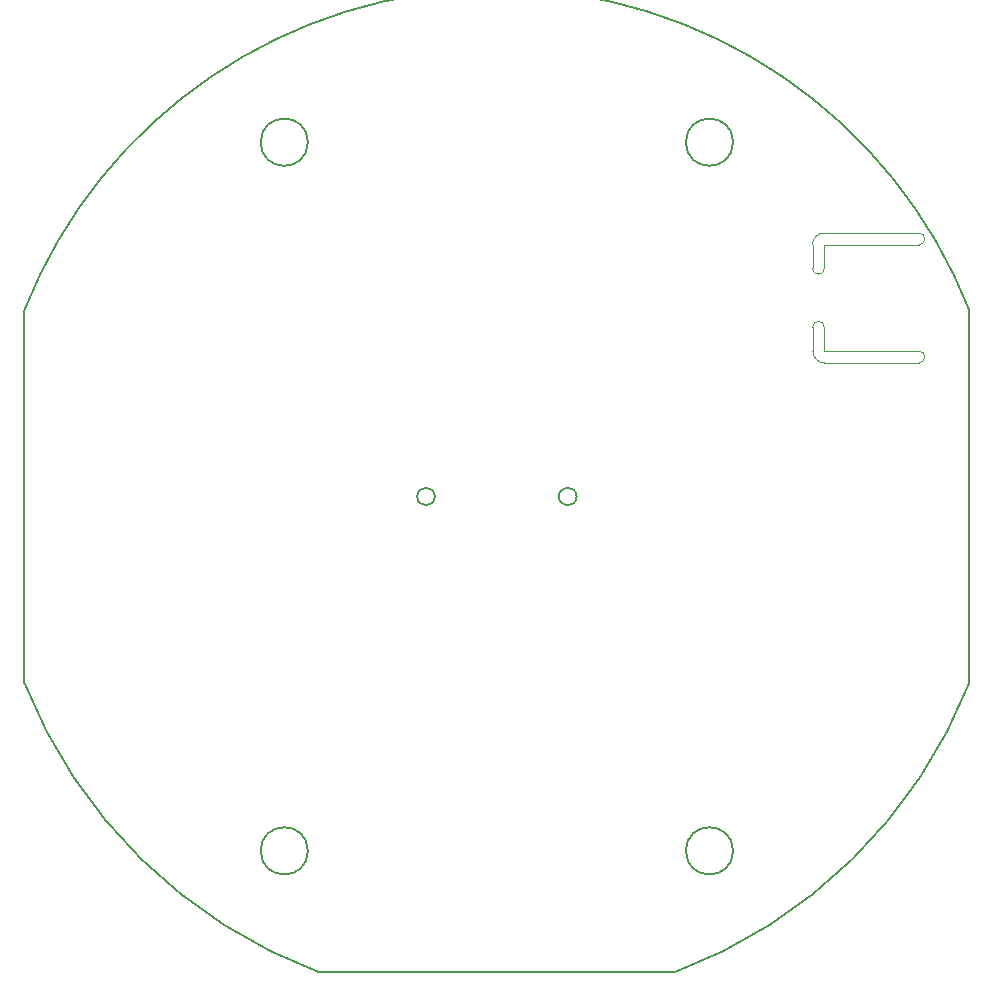
<source format=gko>
%FSLAX25Y25*%
%MOIN*%
G70*
G01*
G75*
G04 Layer_Color=16711935*
%ADD10R,0.03000X0.03000*%
%ADD11R,0.03000X0.03000*%
%ADD12R,0.06000X0.13780*%
%ADD13R,0.05000X0.01000*%
%ADD14O,0.05000X0.01000*%
%ADD15R,0.01000X0.05000*%
%ADD16C,0.03937*%
%ADD17R,0.03600X0.03600*%
%ADD18R,0.05000X0.03600*%
%ADD19R,0.03600X0.03600*%
%ADD20R,0.03600X0.05000*%
%ADD21R,0.06000X0.05000*%
%ADD22R,0.07500X0.09000*%
%ADD23R,0.10827X0.10827*%
%ADD24R,0.05000X0.06000*%
%ADD25R,0.15748X0.11811*%
%ADD26O,0.03150X0.09843*%
%ADD27R,0.03150X0.09843*%
%ADD28R,0.11811X0.15748*%
%ADD29O,0.09843X0.03150*%
%ADD30R,0.09843X0.03150*%
%ADD31O,0.05906X0.01969*%
G04:AMPARAMS|DCode=32|XSize=86.61mil|YSize=47.24mil|CornerRadius=11.81mil|HoleSize=0mil|Usage=FLASHONLY|Rotation=270.000|XOffset=0mil|YOffset=0mil|HoleType=Round|Shape=RoundedRectangle|*
%AMROUNDEDRECTD32*
21,1,0.08661,0.02362,0,0,270.0*
21,1,0.06299,0.04724,0,0,270.0*
1,1,0.02362,-0.01181,-0.03150*
1,1,0.02362,-0.01181,0.03150*
1,1,0.02362,0.01181,0.03150*
1,1,0.02362,0.01181,-0.03150*
%
%ADD32ROUNDEDRECTD32*%
%ADD33R,0.04724X0.09449*%
%ADD34C,0.01000*%
%ADD35C,0.01969*%
%ADD36C,0.03150*%
%ADD37C,0.01181*%
%ADD38C,0.02953*%
%ADD39C,0.06000*%
%ADD40O,0.07874X0.11811*%
%ADD41C,0.06200*%
%ADD42P,0.06711X8X22.5*%
%ADD43R,0.05906X0.05906*%
%ADD44C,0.05906*%
%ADD45O,0.06000X0.04000*%
%ADD46O,0.04724X0.07874*%
%ADD47P,0.06392X8X22.5*%
%ADD48C,0.05906*%
%ADD49P,0.06392X8X142.5*%
%ADD50P,0.06392X8X82.5*%
%ADD51C,0.06299*%
%ADD52C,0.02362*%
%ADD53R,0.02362X0.04331*%
%ADD54R,0.07087X0.03150*%
%ADD55R,0.01575X0.07874*%
%ADD56O,0.01575X0.07874*%
%ADD57O,0.01969X0.05906*%
%ADD58O,0.02400X0.08000*%
%ADD59C,0.00787*%
%ADD60C,0.00500*%
%ADD61C,0.00800*%
%ADD62C,0.00394*%
%ADD63R,0.02567X0.13000*%
%ADD64R,0.02900X0.14000*%
%ADD65R,0.03800X0.03800*%
%ADD66R,0.03800X0.03800*%
%ADD67R,0.06800X0.14579*%
%ADD68R,0.05800X0.01800*%
%ADD69O,0.05800X0.01800*%
%ADD70R,0.01800X0.05800*%
%ADD71C,0.04737*%
%ADD72R,0.04400X0.04400*%
%ADD73R,0.05800X0.04400*%
%ADD74R,0.04400X0.04400*%
%ADD75R,0.04400X0.05800*%
%ADD76R,0.06800X0.05800*%
%ADD77R,0.08300X0.09800*%
%ADD78R,0.11627X0.11627*%
%ADD79R,0.05800X0.06800*%
%ADD80R,0.16548X0.12611*%
%ADD81O,0.03950X0.10642*%
%ADD82R,0.03950X0.10642*%
%ADD83R,0.12611X0.16548*%
%ADD84O,0.10642X0.03950*%
%ADD85R,0.10642X0.03950*%
%ADD86O,0.06706X0.02769*%
G04:AMPARAMS|DCode=87|XSize=94.61mil|YSize=55.24mil|CornerRadius=13.81mil|HoleSize=0mil|Usage=FLASHONLY|Rotation=270.000|XOffset=0mil|YOffset=0mil|HoleType=Round|Shape=RoundedRectangle|*
%AMROUNDEDRECTD87*
21,1,0.09461,0.02762,0,0,270.0*
21,1,0.06699,0.05524,0,0,270.0*
1,1,0.02762,-0.01381,-0.03350*
1,1,0.02762,-0.01381,0.03350*
1,1,0.02762,0.01381,0.03350*
1,1,0.02762,0.01381,-0.03350*
%
%ADD87ROUNDEDRECTD87*%
%ADD88R,0.05524X0.10249*%
%ADD89C,0.06800*%
%ADD90O,0.08674X0.12611*%
%ADD91C,0.07000*%
%ADD92P,0.07577X8X22.5*%
%ADD93R,0.06706X0.06706*%
%ADD94C,0.06706*%
%ADD95O,0.06800X0.04800*%
%ADD96O,0.05524X0.08674*%
%ADD97P,0.07258X8X22.5*%
%ADD98C,0.06706*%
%ADD99P,0.07258X8X142.5*%
%ADD100P,0.07258X8X82.5*%
%ADD101C,0.07099*%
%ADD102R,0.03162X0.05131*%
%ADD103R,0.07887X0.03950*%
%ADD104R,0.02375X0.08674*%
%ADD105O,0.02375X0.08674*%
%ADD106O,0.02769X0.06706*%
%ADD107O,0.03200X0.08800*%
D60*
X79240Y118072D02*
G03*
X79240Y118072I-7874J0D01*
G01*
X-62492D02*
G03*
X-62492Y118072I-7874J0D01*
G01*
Y-118149D02*
G03*
X-62492Y-118149I-7874J0D01*
G01*
X79240D02*
G03*
X79240Y-118149I-7874J0D01*
G01*
X27075Y-38D02*
G03*
X27075Y-38I-2953J0D01*
G01*
X-20169D02*
G03*
X-20169Y-38I-2953J0D01*
G01*
X157980Y62087D02*
G03*
X-156980Y62087I-157480J-62125D01*
G01*
X59544Y-158700D02*
G03*
X157980Y-62164I-59044J158661D01*
G01*
X-156980D02*
G03*
X-58543Y-158700I157480J62125D01*
G01*
X157980Y-62164D02*
Y62086D01*
X-156980Y-62164D02*
Y62086D01*
X-58543Y-158700D02*
X59543D01*
D62*
X105720Y76016D02*
G03*
X109658Y76016I1969J0D01*
G01*
Y56331D02*
G03*
X105720Y56331I-1969J0D01*
G01*
X109658Y87828D02*
G03*
X105720Y83890I0J-3937D01*
G01*
X105799Y48458D02*
G03*
X109736Y44521I3937J0D01*
G01*
X141154Y44521D02*
G03*
X141154Y48458I0J1969D01*
G01*
Y83890D02*
G03*
X141154Y87827I0J1969D01*
G01*
X109658Y87828D02*
X141154D01*
X105720Y83890D02*
X105720Y83890D01*
X105720Y76016D02*
X105720Y83890D01*
X105720Y48536D02*
X105799Y48458D01*
X105720Y48536D02*
Y56331D01*
X109658Y44521D02*
X141154D01*
X109658Y48458D02*
X141154D01*
X109658Y83890D02*
X141154D01*
X109658Y76016D02*
Y83890D01*
Y48458D02*
Y56331D01*
M02*

</source>
